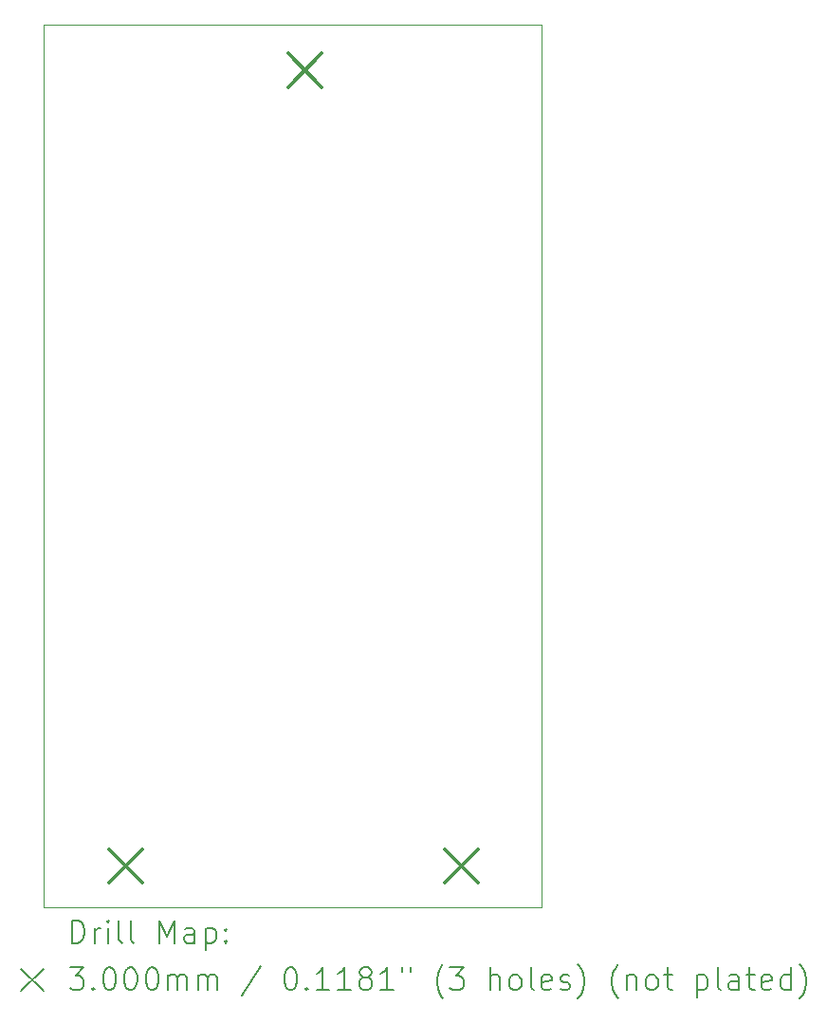
<source format=gbr>
%FSLAX45Y45*%
G04 Gerber Fmt 4.5, Leading zero omitted, Abs format (unit mm)*
G04 Created by KiCad (PCBNEW (6.0.6)) date 2022-07-28 14:44:12*
%MOMM*%
%LPD*%
G01*
G04 APERTURE LIST*
%TA.AperFunction,Profile*%
%ADD10C,0.100000*%
%TD*%
%ADD11C,0.200000*%
%ADD12C,0.300000*%
G04 APERTURE END LIST*
D10*
X11269980Y-6195060D02*
X15714980Y-6195060D01*
X15714980Y-6195060D02*
X15714980Y-14069060D01*
X15714980Y-14069060D02*
X11269980Y-14069060D01*
X11269980Y-14069060D02*
X11269980Y-6195060D01*
D11*
D12*
X11850000Y-13550000D02*
X12150000Y-13850000D01*
X12150000Y-13550000D02*
X11850000Y-13850000D01*
X13450000Y-6450000D02*
X13750000Y-6750000D01*
X13750000Y-6450000D02*
X13450000Y-6750000D01*
X14850000Y-13550000D02*
X15150000Y-13850000D01*
X15150000Y-13550000D02*
X14850000Y-13850000D01*
D11*
X11522599Y-14384536D02*
X11522599Y-14184536D01*
X11570218Y-14184536D01*
X11598789Y-14194060D01*
X11617837Y-14213108D01*
X11627361Y-14232155D01*
X11636885Y-14270250D01*
X11636885Y-14298822D01*
X11627361Y-14336917D01*
X11617837Y-14355965D01*
X11598789Y-14375012D01*
X11570218Y-14384536D01*
X11522599Y-14384536D01*
X11722599Y-14384536D02*
X11722599Y-14251203D01*
X11722599Y-14289298D02*
X11732123Y-14270250D01*
X11741647Y-14260727D01*
X11760694Y-14251203D01*
X11779742Y-14251203D01*
X11846408Y-14384536D02*
X11846408Y-14251203D01*
X11846408Y-14184536D02*
X11836885Y-14194060D01*
X11846408Y-14203584D01*
X11855932Y-14194060D01*
X11846408Y-14184536D01*
X11846408Y-14203584D01*
X11970218Y-14384536D02*
X11951170Y-14375012D01*
X11941647Y-14355965D01*
X11941647Y-14184536D01*
X12074980Y-14384536D02*
X12055932Y-14375012D01*
X12046408Y-14355965D01*
X12046408Y-14184536D01*
X12303551Y-14384536D02*
X12303551Y-14184536D01*
X12370218Y-14327393D01*
X12436885Y-14184536D01*
X12436885Y-14384536D01*
X12617837Y-14384536D02*
X12617837Y-14279774D01*
X12608313Y-14260727D01*
X12589266Y-14251203D01*
X12551170Y-14251203D01*
X12532123Y-14260727D01*
X12617837Y-14375012D02*
X12598789Y-14384536D01*
X12551170Y-14384536D01*
X12532123Y-14375012D01*
X12522599Y-14355965D01*
X12522599Y-14336917D01*
X12532123Y-14317869D01*
X12551170Y-14308346D01*
X12598789Y-14308346D01*
X12617837Y-14298822D01*
X12713075Y-14251203D02*
X12713075Y-14451203D01*
X12713075Y-14260727D02*
X12732123Y-14251203D01*
X12770218Y-14251203D01*
X12789266Y-14260727D01*
X12798789Y-14270250D01*
X12808313Y-14289298D01*
X12808313Y-14346441D01*
X12798789Y-14365488D01*
X12789266Y-14375012D01*
X12770218Y-14384536D01*
X12732123Y-14384536D01*
X12713075Y-14375012D01*
X12894028Y-14365488D02*
X12903551Y-14375012D01*
X12894028Y-14384536D01*
X12884504Y-14375012D01*
X12894028Y-14365488D01*
X12894028Y-14384536D01*
X12894028Y-14260727D02*
X12903551Y-14270250D01*
X12894028Y-14279774D01*
X12884504Y-14270250D01*
X12894028Y-14260727D01*
X12894028Y-14279774D01*
X11064980Y-14614060D02*
X11264980Y-14814060D01*
X11264980Y-14614060D02*
X11064980Y-14814060D01*
X11503551Y-14604536D02*
X11627361Y-14604536D01*
X11560694Y-14680727D01*
X11589266Y-14680727D01*
X11608313Y-14690250D01*
X11617837Y-14699774D01*
X11627361Y-14718822D01*
X11627361Y-14766441D01*
X11617837Y-14785488D01*
X11608313Y-14795012D01*
X11589266Y-14804536D01*
X11532123Y-14804536D01*
X11513075Y-14795012D01*
X11503551Y-14785488D01*
X11713075Y-14785488D02*
X11722599Y-14795012D01*
X11713075Y-14804536D01*
X11703551Y-14795012D01*
X11713075Y-14785488D01*
X11713075Y-14804536D01*
X11846408Y-14604536D02*
X11865456Y-14604536D01*
X11884504Y-14614060D01*
X11894028Y-14623584D01*
X11903551Y-14642631D01*
X11913075Y-14680727D01*
X11913075Y-14728346D01*
X11903551Y-14766441D01*
X11894028Y-14785488D01*
X11884504Y-14795012D01*
X11865456Y-14804536D01*
X11846408Y-14804536D01*
X11827361Y-14795012D01*
X11817837Y-14785488D01*
X11808313Y-14766441D01*
X11798789Y-14728346D01*
X11798789Y-14680727D01*
X11808313Y-14642631D01*
X11817837Y-14623584D01*
X11827361Y-14614060D01*
X11846408Y-14604536D01*
X12036885Y-14604536D02*
X12055932Y-14604536D01*
X12074980Y-14614060D01*
X12084504Y-14623584D01*
X12094028Y-14642631D01*
X12103551Y-14680727D01*
X12103551Y-14728346D01*
X12094028Y-14766441D01*
X12084504Y-14785488D01*
X12074980Y-14795012D01*
X12055932Y-14804536D01*
X12036885Y-14804536D01*
X12017837Y-14795012D01*
X12008313Y-14785488D01*
X11998789Y-14766441D01*
X11989266Y-14728346D01*
X11989266Y-14680727D01*
X11998789Y-14642631D01*
X12008313Y-14623584D01*
X12017837Y-14614060D01*
X12036885Y-14604536D01*
X12227361Y-14604536D02*
X12246408Y-14604536D01*
X12265456Y-14614060D01*
X12274980Y-14623584D01*
X12284504Y-14642631D01*
X12294028Y-14680727D01*
X12294028Y-14728346D01*
X12284504Y-14766441D01*
X12274980Y-14785488D01*
X12265456Y-14795012D01*
X12246408Y-14804536D01*
X12227361Y-14804536D01*
X12208313Y-14795012D01*
X12198789Y-14785488D01*
X12189266Y-14766441D01*
X12179742Y-14728346D01*
X12179742Y-14680727D01*
X12189266Y-14642631D01*
X12198789Y-14623584D01*
X12208313Y-14614060D01*
X12227361Y-14604536D01*
X12379742Y-14804536D02*
X12379742Y-14671203D01*
X12379742Y-14690250D02*
X12389266Y-14680727D01*
X12408313Y-14671203D01*
X12436885Y-14671203D01*
X12455932Y-14680727D01*
X12465456Y-14699774D01*
X12465456Y-14804536D01*
X12465456Y-14699774D02*
X12474980Y-14680727D01*
X12494028Y-14671203D01*
X12522599Y-14671203D01*
X12541647Y-14680727D01*
X12551170Y-14699774D01*
X12551170Y-14804536D01*
X12646408Y-14804536D02*
X12646408Y-14671203D01*
X12646408Y-14690250D02*
X12655932Y-14680727D01*
X12674980Y-14671203D01*
X12703551Y-14671203D01*
X12722599Y-14680727D01*
X12732123Y-14699774D01*
X12732123Y-14804536D01*
X12732123Y-14699774D02*
X12741647Y-14680727D01*
X12760694Y-14671203D01*
X12789266Y-14671203D01*
X12808313Y-14680727D01*
X12817837Y-14699774D01*
X12817837Y-14804536D01*
X13208313Y-14595012D02*
X13036885Y-14852155D01*
X13465456Y-14604536D02*
X13484504Y-14604536D01*
X13503551Y-14614060D01*
X13513075Y-14623584D01*
X13522599Y-14642631D01*
X13532123Y-14680727D01*
X13532123Y-14728346D01*
X13522599Y-14766441D01*
X13513075Y-14785488D01*
X13503551Y-14795012D01*
X13484504Y-14804536D01*
X13465456Y-14804536D01*
X13446408Y-14795012D01*
X13436885Y-14785488D01*
X13427361Y-14766441D01*
X13417837Y-14728346D01*
X13417837Y-14680727D01*
X13427361Y-14642631D01*
X13436885Y-14623584D01*
X13446408Y-14614060D01*
X13465456Y-14604536D01*
X13617837Y-14785488D02*
X13627361Y-14795012D01*
X13617837Y-14804536D01*
X13608313Y-14795012D01*
X13617837Y-14785488D01*
X13617837Y-14804536D01*
X13817837Y-14804536D02*
X13703551Y-14804536D01*
X13760694Y-14804536D02*
X13760694Y-14604536D01*
X13741647Y-14633108D01*
X13722599Y-14652155D01*
X13703551Y-14661679D01*
X14008313Y-14804536D02*
X13894028Y-14804536D01*
X13951170Y-14804536D02*
X13951170Y-14604536D01*
X13932123Y-14633108D01*
X13913075Y-14652155D01*
X13894028Y-14661679D01*
X14122599Y-14690250D02*
X14103551Y-14680727D01*
X14094028Y-14671203D01*
X14084504Y-14652155D01*
X14084504Y-14642631D01*
X14094028Y-14623584D01*
X14103551Y-14614060D01*
X14122599Y-14604536D01*
X14160694Y-14604536D01*
X14179742Y-14614060D01*
X14189266Y-14623584D01*
X14198789Y-14642631D01*
X14198789Y-14652155D01*
X14189266Y-14671203D01*
X14179742Y-14680727D01*
X14160694Y-14690250D01*
X14122599Y-14690250D01*
X14103551Y-14699774D01*
X14094028Y-14709298D01*
X14084504Y-14728346D01*
X14084504Y-14766441D01*
X14094028Y-14785488D01*
X14103551Y-14795012D01*
X14122599Y-14804536D01*
X14160694Y-14804536D01*
X14179742Y-14795012D01*
X14189266Y-14785488D01*
X14198789Y-14766441D01*
X14198789Y-14728346D01*
X14189266Y-14709298D01*
X14179742Y-14699774D01*
X14160694Y-14690250D01*
X14389266Y-14804536D02*
X14274980Y-14804536D01*
X14332123Y-14804536D02*
X14332123Y-14604536D01*
X14313075Y-14633108D01*
X14294028Y-14652155D01*
X14274980Y-14661679D01*
X14465456Y-14604536D02*
X14465456Y-14642631D01*
X14541647Y-14604536D02*
X14541647Y-14642631D01*
X14836885Y-14880727D02*
X14827361Y-14871203D01*
X14808313Y-14842631D01*
X14798789Y-14823584D01*
X14789266Y-14795012D01*
X14779742Y-14747393D01*
X14779742Y-14709298D01*
X14789266Y-14661679D01*
X14798789Y-14633108D01*
X14808313Y-14614060D01*
X14827361Y-14585488D01*
X14836885Y-14575965D01*
X14894028Y-14604536D02*
X15017837Y-14604536D01*
X14951170Y-14680727D01*
X14979742Y-14680727D01*
X14998789Y-14690250D01*
X15008313Y-14699774D01*
X15017837Y-14718822D01*
X15017837Y-14766441D01*
X15008313Y-14785488D01*
X14998789Y-14795012D01*
X14979742Y-14804536D01*
X14922599Y-14804536D01*
X14903551Y-14795012D01*
X14894028Y-14785488D01*
X15255932Y-14804536D02*
X15255932Y-14604536D01*
X15341647Y-14804536D02*
X15341647Y-14699774D01*
X15332123Y-14680727D01*
X15313075Y-14671203D01*
X15284504Y-14671203D01*
X15265456Y-14680727D01*
X15255932Y-14690250D01*
X15465456Y-14804536D02*
X15446408Y-14795012D01*
X15436885Y-14785488D01*
X15427361Y-14766441D01*
X15427361Y-14709298D01*
X15436885Y-14690250D01*
X15446408Y-14680727D01*
X15465456Y-14671203D01*
X15494028Y-14671203D01*
X15513075Y-14680727D01*
X15522599Y-14690250D01*
X15532123Y-14709298D01*
X15532123Y-14766441D01*
X15522599Y-14785488D01*
X15513075Y-14795012D01*
X15494028Y-14804536D01*
X15465456Y-14804536D01*
X15646408Y-14804536D02*
X15627361Y-14795012D01*
X15617837Y-14775965D01*
X15617837Y-14604536D01*
X15798789Y-14795012D02*
X15779742Y-14804536D01*
X15741647Y-14804536D01*
X15722599Y-14795012D01*
X15713075Y-14775965D01*
X15713075Y-14699774D01*
X15722599Y-14680727D01*
X15741647Y-14671203D01*
X15779742Y-14671203D01*
X15798789Y-14680727D01*
X15808313Y-14699774D01*
X15808313Y-14718822D01*
X15713075Y-14737869D01*
X15884504Y-14795012D02*
X15903551Y-14804536D01*
X15941647Y-14804536D01*
X15960694Y-14795012D01*
X15970218Y-14775965D01*
X15970218Y-14766441D01*
X15960694Y-14747393D01*
X15941647Y-14737869D01*
X15913075Y-14737869D01*
X15894028Y-14728346D01*
X15884504Y-14709298D01*
X15884504Y-14699774D01*
X15894028Y-14680727D01*
X15913075Y-14671203D01*
X15941647Y-14671203D01*
X15960694Y-14680727D01*
X16036885Y-14880727D02*
X16046408Y-14871203D01*
X16065456Y-14842631D01*
X16074980Y-14823584D01*
X16084504Y-14795012D01*
X16094028Y-14747393D01*
X16094028Y-14709298D01*
X16084504Y-14661679D01*
X16074980Y-14633108D01*
X16065456Y-14614060D01*
X16046408Y-14585488D01*
X16036885Y-14575965D01*
X16398789Y-14880727D02*
X16389266Y-14871203D01*
X16370218Y-14842631D01*
X16360694Y-14823584D01*
X16351170Y-14795012D01*
X16341647Y-14747393D01*
X16341647Y-14709298D01*
X16351170Y-14661679D01*
X16360694Y-14633108D01*
X16370218Y-14614060D01*
X16389266Y-14585488D01*
X16398789Y-14575965D01*
X16474980Y-14671203D02*
X16474980Y-14804536D01*
X16474980Y-14690250D02*
X16484504Y-14680727D01*
X16503551Y-14671203D01*
X16532123Y-14671203D01*
X16551170Y-14680727D01*
X16560694Y-14699774D01*
X16560694Y-14804536D01*
X16684504Y-14804536D02*
X16665456Y-14795012D01*
X16655932Y-14785488D01*
X16646408Y-14766441D01*
X16646408Y-14709298D01*
X16655932Y-14690250D01*
X16665456Y-14680727D01*
X16684504Y-14671203D01*
X16713075Y-14671203D01*
X16732123Y-14680727D01*
X16741647Y-14690250D01*
X16751170Y-14709298D01*
X16751170Y-14766441D01*
X16741647Y-14785488D01*
X16732123Y-14795012D01*
X16713075Y-14804536D01*
X16684504Y-14804536D01*
X16808313Y-14671203D02*
X16884504Y-14671203D01*
X16836885Y-14604536D02*
X16836885Y-14775965D01*
X16846409Y-14795012D01*
X16865456Y-14804536D01*
X16884504Y-14804536D01*
X17103551Y-14671203D02*
X17103551Y-14871203D01*
X17103551Y-14680727D02*
X17122599Y-14671203D01*
X17160694Y-14671203D01*
X17179742Y-14680727D01*
X17189266Y-14690250D01*
X17198790Y-14709298D01*
X17198790Y-14766441D01*
X17189266Y-14785488D01*
X17179742Y-14795012D01*
X17160694Y-14804536D01*
X17122599Y-14804536D01*
X17103551Y-14795012D01*
X17313075Y-14804536D02*
X17294028Y-14795012D01*
X17284504Y-14775965D01*
X17284504Y-14604536D01*
X17474980Y-14804536D02*
X17474980Y-14699774D01*
X17465456Y-14680727D01*
X17446409Y-14671203D01*
X17408313Y-14671203D01*
X17389266Y-14680727D01*
X17474980Y-14795012D02*
X17455932Y-14804536D01*
X17408313Y-14804536D01*
X17389266Y-14795012D01*
X17379742Y-14775965D01*
X17379742Y-14756917D01*
X17389266Y-14737869D01*
X17408313Y-14728346D01*
X17455932Y-14728346D01*
X17474980Y-14718822D01*
X17541647Y-14671203D02*
X17617837Y-14671203D01*
X17570218Y-14604536D02*
X17570218Y-14775965D01*
X17579742Y-14795012D01*
X17598790Y-14804536D01*
X17617837Y-14804536D01*
X17760694Y-14795012D02*
X17741647Y-14804536D01*
X17703551Y-14804536D01*
X17684504Y-14795012D01*
X17674980Y-14775965D01*
X17674980Y-14699774D01*
X17684504Y-14680727D01*
X17703551Y-14671203D01*
X17741647Y-14671203D01*
X17760694Y-14680727D01*
X17770218Y-14699774D01*
X17770218Y-14718822D01*
X17674980Y-14737869D01*
X17941647Y-14804536D02*
X17941647Y-14604536D01*
X17941647Y-14795012D02*
X17922599Y-14804536D01*
X17884504Y-14804536D01*
X17865456Y-14795012D01*
X17855932Y-14785488D01*
X17846409Y-14766441D01*
X17846409Y-14709298D01*
X17855932Y-14690250D01*
X17865456Y-14680727D01*
X17884504Y-14671203D01*
X17922599Y-14671203D01*
X17941647Y-14680727D01*
X18017837Y-14880727D02*
X18027361Y-14871203D01*
X18046409Y-14842631D01*
X18055932Y-14823584D01*
X18065456Y-14795012D01*
X18074980Y-14747393D01*
X18074980Y-14709298D01*
X18065456Y-14661679D01*
X18055932Y-14633108D01*
X18046409Y-14614060D01*
X18027361Y-14585488D01*
X18017837Y-14575965D01*
M02*

</source>
